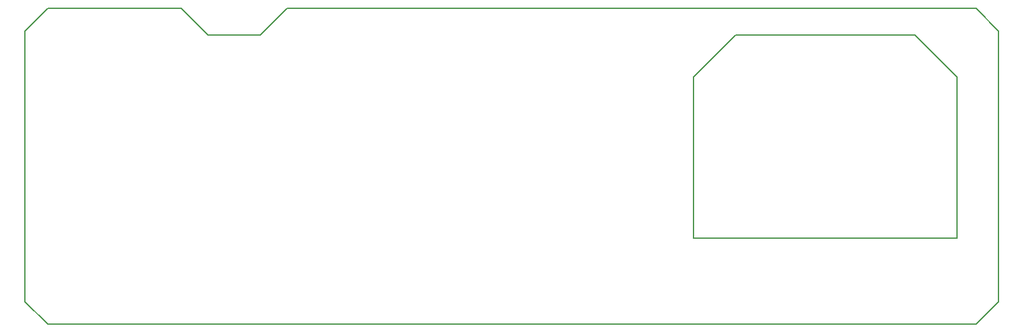
<source format=gm1>
G04 #@! TF.GenerationSoftware,KiCad,Pcbnew,5.0.2-bee76a0~70~ubuntu18.04.1*
G04 #@! TF.CreationDate,2019-01-15T16:16:46-08:00*
G04 #@! TF.ProjectId,Marlin_UIBOX,4d61726c-696e-45f5-9549-424f582e6b69,rev?*
G04 #@! TF.SameCoordinates,PX55c0260PY70276d0*
G04 #@! TF.FileFunction,Profile,NP*
%FSLAX46Y46*%
G04 Gerber Fmt 4.6, Leading zero omitted, Abs format (unit mm)*
G04 Created by KiCad (PCBNEW 5.0.2-bee76a0~70~ubuntu18.04.1) date Tue 15 Jan 2019 04:16:46 PM PST*
%MOMM*%
%LPD*%
G01*
G04 APERTURE LIST*
%ADD10C,0.200000*%
G04 APERTURE END LIST*
D10*
X3334000Y42302000D02*
X21084000Y42302000D01*
X31584000Y38802000D02*
X35084000Y42302000D01*
X21084000Y42302000D02*
X24584000Y38802000D01*
X24584000Y38802000D02*
X31584000Y38802000D01*
X35084000Y42302000D02*
X126534000Y42302000D01*
X334000Y39302000D02*
X3334000Y42302000D01*
X126534000Y42302000D02*
X129534000Y39302000D01*
X129534000Y3302000D02*
X126534000Y302000D01*
X118448214Y38802000D02*
X94619787Y38802000D01*
X124034000Y33216214D02*
X124034000Y11802000D01*
X89034000Y33216214D02*
X89034000Y11802000D01*
X89034000Y33216214D02*
X94619787Y38802000D01*
X118448214Y38802000D02*
X124034000Y33216214D01*
X129534000Y39302000D02*
X129534000Y3302000D01*
X3334000Y302000D02*
X126534000Y302000D01*
X334000Y39302000D02*
X334000Y3302000D01*
X3334000Y302000D02*
X334000Y3302000D01*
X89034000Y11802000D02*
X124034000Y11802000D01*
M02*

</source>
